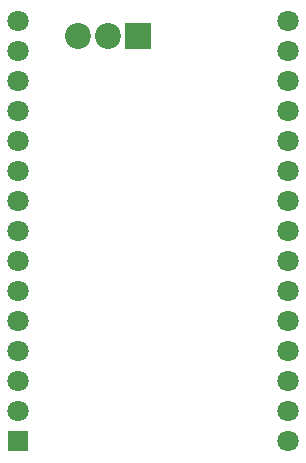
<source format=gbs>
G04 #@! TF.FileFunction,Soldermask,Bot*
%FSLAX46Y46*%
G04 Gerber Fmt 4.6, Leading zero omitted, Abs format (unit mm)*
G04 Created by KiCad (PCBNEW 4.0.7) date 03/30/18 23:46:17*
%MOMM*%
%LPD*%
G01*
G04 APERTURE LIST*
%ADD10C,0.100000*%
%ADD11R,1.797000X1.797000*%
%ADD12C,1.797000*%
%ADD13R,2.200000X2.200000*%
%ADD14C,2.200000*%
G04 APERTURE END LIST*
D10*
D11*
X137160000Y-139700000D03*
D12*
X137160000Y-137160000D03*
X137160000Y-134620000D03*
X137160000Y-132080000D03*
X137160000Y-129540000D03*
X137160000Y-127000000D03*
X137160000Y-124460000D03*
X137160000Y-121920000D03*
X137160000Y-119380000D03*
X137160000Y-116840000D03*
X137160000Y-114300000D03*
X137160000Y-111760000D03*
X137160000Y-109220000D03*
X137160000Y-106680000D03*
X137160000Y-104140000D03*
X160020000Y-104140000D03*
X160020000Y-106680000D03*
X160020000Y-109220000D03*
X160020000Y-111760000D03*
X160020000Y-114300000D03*
X160020000Y-116840000D03*
X160020000Y-119380000D03*
X160020000Y-121920000D03*
X160020000Y-124460000D03*
X160020000Y-127000000D03*
X160020000Y-129540000D03*
X160020000Y-132080000D03*
X160020000Y-134620000D03*
X160020000Y-137160000D03*
X160020000Y-139700000D03*
D13*
X147320000Y-105410000D03*
D14*
X144780000Y-105410000D03*
X142240000Y-105410000D03*
M02*

</source>
